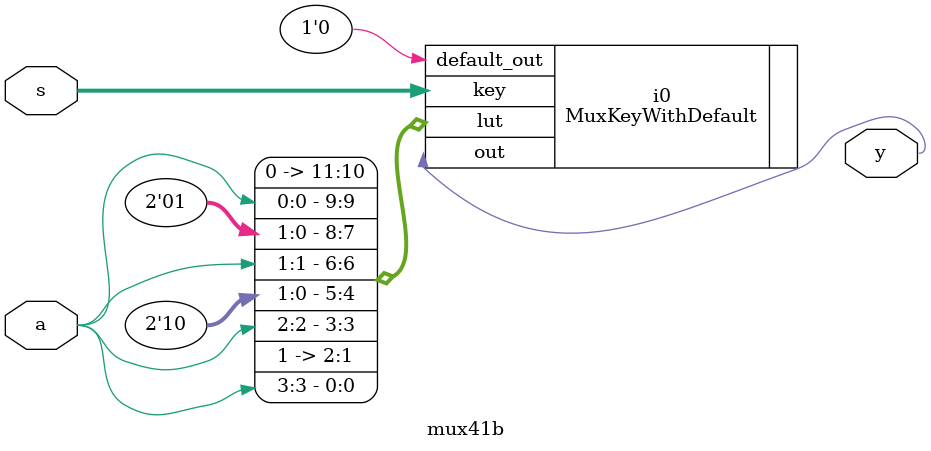
<source format=v>
module mux41b(
	input  wire [3:0] a,
	input  wire [1:0] s,
	output wire				y
);

MuxKeyWithDefault #(.NR_KEY(4),.KEY_LEN(2),.DATA_LEN(1)) i0
(
	.key				 (s),
	.default_out (1'b0),
	.lut				 ({2'b00,a[0],2'b01,a[1],2'b10,a[2],2'b11,a[3]}),
	.out				 (y)	
);

endmodule

</source>
